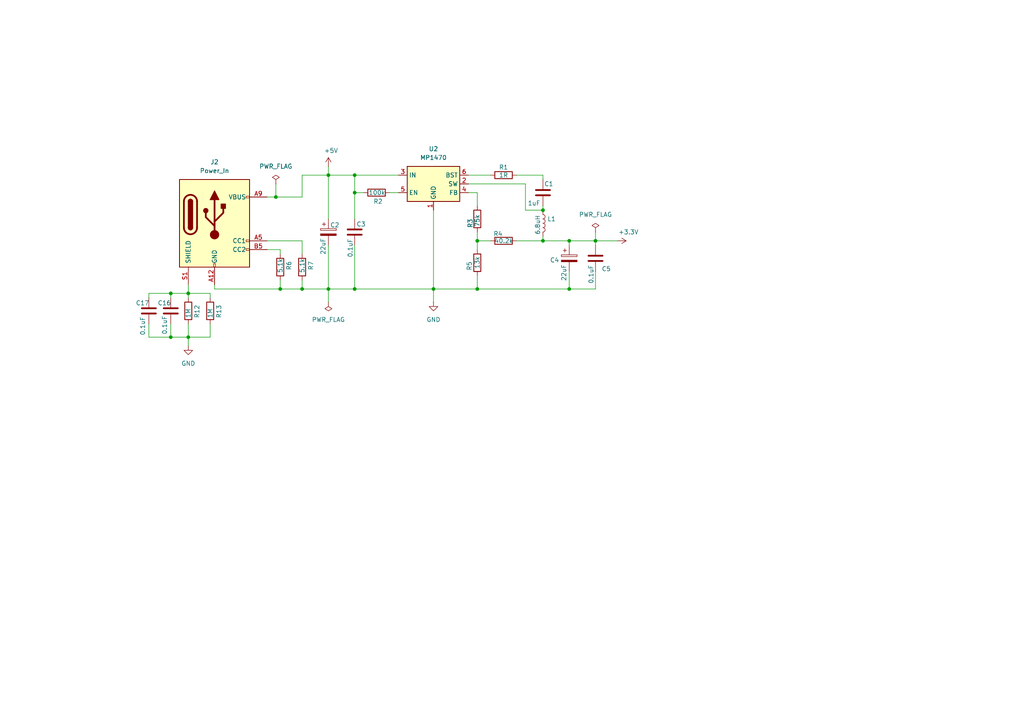
<source format=kicad_sch>
(kicad_sch (version 20231120) (generator "eeschema") (generator_version "8.0")
  (paper "A4")
  (lib_symbols
    (symbol "Connector:USB_C_Receptacle_PowerOnly_24P" (pin_names (offset 1.016))
      (property "Reference" "J" (at 0 16.51 0))
      (property "Value" "USB_C_Receptacle_PowerOnly_24P" (at 0 13.97 0))
      (symbol "USB_C_Receptacle_PowerOnly_24P_0_0"
        (rectangle (start -0.254 -12.7) (end 0.254 -11.684))
        (rectangle (start 10.16 -7.366) (end 9.144 -7.874))
        (rectangle (start 10.16 -4.826) (end 9.144 -5.334))
        (rectangle (start 10.16 7.874) (end 9.144 7.366))
      )
      (symbol "USB_C_Receptacle_PowerOnly_24P_0_1"
        (rectangle (start -10.16 12.7) (end 10.16 -12.7) (stroke (width 0.254)) (fill (type background)))
        (arc (start -8.89 -1.27) (mid -6.985 -3.1667) (end -5.08 -1.27) (stroke (width 0.508)))
        (arc (start -7.62 -1.27) (mid -6.985 -1.9023) (end -6.35 -1.27) (stroke (width 0.254)))
        (arc (start -7.62 -1.27) (mid -6.985 -1.9023) (end -6.35 -1.27) (stroke (width 0.254)) (fill (type outline)))
        (rectangle (start -7.62 -1.27) (end -6.35 6.35) (stroke (width 0.254)) (fill (type outline)))
        (arc (start -6.35 6.35) (mid -6.985 6.9823) (end -7.62 6.35) (stroke (width 0.254)))
        (arc (start -6.35 6.35) (mid -6.985 6.9823) (end -7.62 6.35) (stroke (width 0.254)) (fill (type outline)))
        (arc (start -5.08 6.35) (mid -6.985 8.2467) (end -8.89 6.35) (stroke (width 0.508)))
        (circle (center -2.54 3.683) (radius 0.635) (stroke (width 0.254)) (fill (type outline)))
        (circle (center 0 -3.302) (radius 1.27) (fill (type outline)))
        (polyline (pts (xy -8.89 -1.27) (xy -8.89 6.35)) (stroke (width 0.508)))
        (polyline (pts (xy -5.08 6.35) (xy -5.08 -1.27)) (stroke (width 0.508)))
        (polyline (pts (xy 0 -3.302) (xy 0 6.858)) (stroke (width 0.508)))
        (polyline (pts (xy 0 -0.762) (xy -2.54 1.778) (xy -2.54 3.048)) (stroke (width 0.508)))
        (polyline (pts (xy 0 0.508) (xy 2.54 3.048) (xy 2.54 4.318)) (stroke (width 0.508)))
        (polyline (pts (xy -1.27 6.858) (xy 0 9.398) (xy 1.27 6.858) (xy -1.27 6.858)) (stroke (width 0.254)) (fill (type outline)))
        (rectangle (start 1.905 4.318) (end 3.175 5.588) (stroke (width 0.254)) (fill (type outline)))
      )
      (symbol "USB_C_Receptacle_PowerOnly_24P_1_1"
        (pin passive line (at 0 -17.78 90) (length 5.08) hide (name "GND") (number "A1"))
        (pin power_in line (at 0 -17.78 90) (length 5.08) (name "GND") (number "A12"))
        (pin passive line (at 15.24 7.62 180) (length 5.08) hide (name "VBUS") (number "A4"))
        (pin bidirectional line (at 15.24 -5.08 180) (length 5.08) (name "CC1") (number "A5"))
        (pin power_in line (at 15.24 7.62 180) (length 5.08) (name "VBUS") (number "A9"))
        (pin passive line (at 0 -17.78 90) (length 5.08) hide (name "GND") (number "B1"))
        (pin passive line (at 0 -17.78 90) (length 5.08) hide (name "GND") (number "B12"))
        (pin passive line (at 15.24 7.62 180) (length 5.08) hide (name "VBUS") (number "B4"))
        (pin bidirectional line (at 15.24 -7.62 180) (length 5.08) (name "CC2") (number "B5"))
        (pin passive line (at 15.24 7.62 180) (length 5.08) hide (name "VBUS") (number "B9"))
        (pin passive line (at -7.62 -17.78 90) (length 5.08) (name "SHIELD") (number "S1"))
      )
    )
    (symbol "Device:C" (pin_numbers hide) (pin_names (offset 0.254))
      (property "Reference" "C" (at 0.635 2.54 0))
      (property "Value" "C" (at 0.635 -2.54 0))
      (symbol "C_0_1"
        (polyline (pts (xy -2.032 -0.762) (xy 2.032 -0.762)) (stroke (width 0.508)))
        (polyline (pts (xy -2.032 0.762) (xy 2.032 0.762)) (stroke (width 0.508)))
      )
      (symbol "C_1_1"
        (pin passive line (at 0 3.81 270) (length 2.794) (name "~") (number "1"))
        (pin passive line (at 0 -3.81 90) (length 2.794) (name "~") (number "2"))
      )
    )
    (symbol "Device:C_Polarized" (pin_numbers hide) (pin_names (offset 0.254))
      (property "Reference" "C" (at 0.635 2.54 0))
      (property "Value" "C_Polarized" (at 0.635 -2.54 0))
      (symbol "C_Polarized_0_1"
        (rectangle (start -2.286 0.508) (end 2.286 1.016))
        (polyline (pts (xy -1.778 2.286) (xy -0.762 2.286)))
        (polyline (pts (xy -1.27 2.794) (xy -1.27 1.778)))
        (rectangle (start 2.286 -0.508) (end -2.286 -1.016) (fill (type outline)))
      )
      (symbol "C_Polarized_1_1"
        (pin passive line (at 0 3.81 270) (length 2.794) (name "~") (number "1"))
        (pin passive line (at 0 -3.81 90) (length 2.794) (name "~") (number "2"))
      )
    )
    (symbol "Device:L" (pin_numbers hide) (pin_names (offset 1.016) hide)
      (property "Reference" "L" (at -1.27 0 90))
      (property "Value" "L" (at 1.905 0 90))
      (symbol "L_0_1"
        (arc (start 0 -2.54) (mid 0.6323 -1.905) (end 0 -1.27))
        (arc (start 0 -1.27) (mid 0.6323 -0.635) (end 0 0))
        (arc (start 0 0) (mid 0.6323 0.635) (end 0 1.27))
        (arc (start 0 1.27) (mid 0.6323 1.905) (end 0 2.54))
      )
      (symbol "L_1_1"
        (pin passive line (at 0 3.81 270) (length 1.27) (name "1") (number "1"))
        (pin passive line (at 0 -3.81 90) (length 1.27) (name "2") (number "2"))
      )
    )
    (symbol "Device:R" (pin_numbers hide) (pin_names (offset 0))
      (property "Reference" "R" (at 2.032 0 90))
      (property "Value" "R" (at 0 0 90))
      (symbol "R_0_1"
        (rectangle (start -1.016 -2.54) (end 1.016 2.54) (stroke (width 0.254)))
      )
      (symbol "R_1_1"
        (pin passive line (at 0 3.81 270) (length 1.27) (name "~") (number "1"))
        (pin passive line (at 0 -3.81 90) (length 1.27) (name "~") (number "2"))
      )
    )
    (symbol "Regulator_Switching:MP1470"
      (property "Reference" "U" (at -6.35 6.35 0))
      (property "Value" "MP1470" (at 3.81 6.35 0))
      (symbol "MP1470_0_1"
        (rectangle (start -7.62 5.08) (end 7.62 -5.08) (stroke (width 0.254)) (fill (type background)))
      )
      (symbol "MP1470_1_1"
        (pin power_in line (at 0 -7.62 90) (length 2.54) (name "GND") (number "1"))
        (pin power_out line (at 10.16 0 180) (length 2.54) (name "SW") (number "2"))
        (pin power_in line (at -10.16 2.54 0) (length 2.54) (name "IN") (number "3"))
        (pin input line (at 10.16 -2.54 180) (length 2.54) (name "FB") (number "4"))
        (pin input line (at -10.16 -2.54 0) (length 2.54) (name "EN") (number "5"))
        (pin passive line (at 10.16 2.54 180) (length 2.54) (name "BST") (number "6"))
      )
    )
    (symbol "power:+3.3V" (power) (pin_numbers hide) (pin_names (offset 0) hide)
      (property "Value" "+3.3V" (at 0 3.556 0))
      (symbol "+3.3V_0_1"
        (polyline (pts (xy -0.762 1.27) (xy 0 2.54)))
        (polyline (pts (xy 0 0) (xy 0 2.54)))
        (polyline (pts (xy 0 2.54) (xy 0.762 1.27)))
      )
      (symbol "+3.3V_1_1"
        (pin power_in line (at 0 0 90) (length 0) (name "~") (number "1"))
      )
    )
    (symbol "power:GND" (power) (pin_numbers hide) (pin_names (offset 0) hide)
      (property "Value" "GND" (at 0 -3.81 0))
      (symbol "GND_0_1"
        (polyline (pts (xy 0 0) (xy 0 -1.27) (xy 1.27 -1.27) (xy 0 -2.54) (xy -1.27 -1.27) (xy 0 -1.27)))
      )
      (symbol "GND_1_1"
        (pin power_in line (at 0 0 270) (length 0) (name "~") (number "1"))
      )
    )
    (symbol "power:PWR_FLAG" (power) (pin_numbers hide) (pin_names (offset 0) hide)
      (property "Value" "PWR_FLAG" (at 0 3.81 0))
      (symbol "PWR_FLAG_0_0"
        (pin power_out line (at 0 0 90) (length 0) (name "~") (number "1"))
      )
      (symbol "PWR_FLAG_0_1"
        (polyline (pts (xy 0 0) (xy 0 1.27) (xy -1.016 1.905) (xy 0 2.54) (xy 1.016 1.905) (xy 0 1.27)))
      )
    )
  )
  (junction (at 157.48 60.96))
  (junction (at 102.87 55.88))
  (junction (at 54.61 97.79))
  (junction (at 95.25 50.8))
  (junction (at 165.1 69.85))
  (junction (at 138.43 83.82))
  (junction (at 165.1 83.82))
  (junction (at 87.63 83.82))
  (junction (at 80.01 57.15))
  (junction (at 102.87 83.82))
  (junction (at 172.72 69.85))
  (junction (at 81.28 83.82))
  (junction (at 49.53 97.79))
  (junction (at 95.25 83.82))
  (junction (at 157.48 69.85))
  (junction (at 125.73 83.82))
  (junction (at 138.43 69.85))
  (junction (at 49.53 85.09))
  (junction (at 102.87 50.8))
  (junction (at 54.61 85.09))
  (wire (pts (xy 87.63 57.15) (xy 87.63 50.8)))
  (wire (pts (xy 157.48 59.69) (xy 157.48 60.96)))
  (wire (pts (xy 95.25 63.5) (xy 95.25 50.8)))
  (wire (pts (xy 87.63 81.28) (xy 87.63 83.82)))
  (wire (pts (xy 172.72 78.74) (xy 172.72 83.82)))
  (wire (pts (xy 62.23 82.55) (xy 62.23 83.82)))
  (wire (pts (xy 49.53 86.36) (xy 49.53 85.09)))
  (wire (pts (xy 77.47 72.39) (xy 81.28 72.39)))
  (wire (pts (xy 43.18 86.36) (xy 43.18 85.09)))
  (wire (pts (xy 54.61 82.55) (xy 54.61 85.09)))
  (wire (pts (xy 125.73 83.82) (xy 138.43 83.82)))
  (wire (pts (xy 60.96 85.09) (xy 60.96 86.36)))
  (wire (pts (xy 113.03 55.88) (xy 115.57 55.88)))
  (wire (pts (xy 60.96 97.79) (xy 54.61 97.79)))
  (wire (pts (xy 152.4 60.96) (xy 152.4 53.34)))
  (wire (pts (xy 54.61 97.79) (xy 54.61 100.33)))
  (wire (pts (xy 95.25 50.8) (xy 102.87 50.8)))
  (wire (pts (xy 157.48 50.8) (xy 157.48 52.07)))
  (wire (pts (xy 49.53 93.98) (xy 49.53 97.79)))
  (wire (pts (xy 87.63 50.8) (xy 95.25 50.8)))
  (wire (pts (xy 81.28 81.28) (xy 81.28 83.82)))
  (wire (pts (xy 95.25 71.12) (xy 95.25 83.82)))
  (wire (pts (xy 102.87 83.82) (xy 95.25 83.82)))
  (wire (pts (xy 54.61 85.09) (xy 60.96 85.09)))
  (wire (pts (xy 138.43 69.85) (xy 142.24 69.85)))
  (wire (pts (xy 43.18 97.79) (xy 49.53 97.79)))
  (wire (pts (xy 43.18 93.98) (xy 43.18 97.79)))
  (wire (pts (xy 80.01 53.34) (xy 80.01 57.15)))
  (wire (pts (xy 157.48 68.58) (xy 157.48 69.85)))
  (wire (pts (xy 60.96 93.98) (xy 60.96 97.79)))
  (wire (pts (xy 81.28 83.82) (xy 62.23 83.82)))
  (wire (pts (xy 138.43 80.01) (xy 138.43 83.82)))
  (wire (pts (xy 81.28 72.39) (xy 81.28 73.66)))
  (wire (pts (xy 165.1 83.82) (xy 172.72 83.82)))
  (wire (pts (xy 102.87 50.8) (xy 115.57 50.8)))
  (wire (pts (xy 102.87 55.88) (xy 105.41 55.88)))
  (wire (pts (xy 102.87 55.88) (xy 102.87 63.5)))
  (wire (pts (xy 172.72 67.31) (xy 172.72 69.85)))
  (wire (pts (xy 77.47 69.85) (xy 87.63 69.85)))
  (wire (pts (xy 125.73 60.96) (xy 125.73 83.82)))
  (wire (pts (xy 165.1 69.85) (xy 165.1 71.12)))
  (wire (pts (xy 152.4 53.34) (xy 135.89 53.34)))
  (wire (pts (xy 172.72 69.85) (xy 172.72 71.12)))
  (wire (pts (xy 125.73 83.82) (xy 125.73 87.63)))
  (wire (pts (xy 149.86 50.8) (xy 157.48 50.8)))
  (wire (pts (xy 102.87 71.12) (xy 102.87 83.82)))
  (wire (pts (xy 165.1 78.74) (xy 165.1 83.82)))
  (wire (pts (xy 80.01 57.15) (xy 77.47 57.15)))
  (wire (pts (xy 49.53 97.79) (xy 54.61 97.79)))
  (wire (pts (xy 95.25 83.82) (xy 87.63 83.82)))
  (wire (pts (xy 149.86 69.85) (xy 157.48 69.85)))
  (wire (pts (xy 54.61 97.79) (xy 54.61 93.98)))
  (wire (pts (xy 138.43 69.85) (xy 138.43 72.39)))
  (wire (pts (xy 87.63 83.82) (xy 81.28 83.82)))
  (wire (pts (xy 95.25 48.26) (xy 95.25 50.8)))
  (wire (pts (xy 54.61 85.09) (xy 54.61 86.36)))
  (wire (pts (xy 138.43 55.88) (xy 135.89 55.88)))
  (wire (pts (xy 95.25 83.82) (xy 95.25 87.63)))
  (wire (pts (xy 87.63 57.15) (xy 80.01 57.15)))
  (wire (pts (xy 138.43 59.69) (xy 138.43 55.88)))
  (wire (pts (xy 157.48 69.85) (xy 165.1 69.85)))
  (wire (pts (xy 102.87 50.8) (xy 102.87 55.88)))
  (wire (pts (xy 138.43 67.31) (xy 138.43 69.85)))
  (wire (pts (xy 172.72 69.85) (xy 179.07 69.85)))
  (wire (pts (xy 138.43 83.82) (xy 165.1 83.82)))
  (wire (pts (xy 135.89 50.8) (xy 142.24 50.8)))
  (wire (pts (xy 49.53 85.09) (xy 54.61 85.09)))
  (wire (pts (xy 165.1 69.85) (xy 172.72 69.85)))
  (wire (pts (xy 87.63 69.85) (xy 87.63 73.66)))
  (wire (pts (xy 102.87 83.82) (xy 125.73 83.82)))
  (wire (pts (xy 152.4 60.96) (xy 157.48 60.96)))
  (wire (pts (xy 43.18 85.09) (xy 49.53 85.09)))
  (symbol (lib_id "power:+3.3V") (at 95.25 48.26 0) (unit 1)
    (property "Reference" "#PWR01" (effects (hide yes)))
    (property "Value" "+5V" (at 93.98 43.688 0) (effects (justify left)))
    (property "Description" "Power symbol creates a global label with name \"+3.3V\"" (effects (hide yes)))
  )
  (symbol (lib_id "Connector:USB_C_Receptacle_PowerOnly_24P") (at 62.23 64.77 0) (unit 1)
    (property "Reference" "J2" (at 62.23 46.99 0))
    (property "Value" "Power_In" (at 62.23 49.53 0))
    (property "Footprint" "Connector_USB:USB_C_Receptacle_GCT_USB4085" (effects (hide yes)))
    (property "Datasheet" "https://www.usb.org/sites/default/files/documents/usb_type-c.zip" (effects (hide yes)))
    (property "Description" "USB Power-Only 24P Type-C Receptacle connector" (effects (hide yes)))
  )
  (symbol (lib_id "Device:C") (at 172.72 74.93 0) (unit 1)
    (property "Reference" "C5" (at 174.498 77.978 0) (effects (justify left)))
    (property "Value" "0.1uF" (at 171.45 82.296 90) (effects (justify left)))
    (property "Footprint" "Capacitor_SMD:C_0402_1005Metric" (effects (hide yes)))
    (property "Description" "Unpolarized capacitor" (effects (hide yes)))
  )
  (symbol (lib_id "power:GND") (at 54.61 100.33 0) (unit 1)
    (property "Reference" "#PWR013" (effects (hide yes)))
    (property "Value" "GND" (at 54.61 105.41 0))
    (property "Description" "Power symbol creates a global label with name \"GND\" , ground" (effects (hide yes)))
  )
  (symbol (lib_id "Device:R") (at 54.61 90.17 180) (unit 1)
    (property "Reference" "R12" (at 57.15 88.392 90) (effects (justify left)))
    (property "Value" "1M" (at 54.61 89.408 90) (effects (justify left)))
    (property "Footprint" "Resistor_SMD:R_0603_1608Metric" (effects (hide yes)))
    (property "Description" "Resistor" (effects (hide yes)))
  )
  (symbol (lib_id "power:GND") (at 125.73 87.63 0) (unit 1)
    (property "Reference" "#PWR04" (effects (hide yes)))
    (property "Value" "GND" (at 125.73 92.71 0))
    (property "Description" "Power symbol creates a global label with name \"GND\" , ground" (effects (hide yes)))
  )
  (symbol (lib_id "Device:C") (at 43.18 90.17 0) (unit 1)
    (property "Reference" "C17" (at 39.37 87.884 0) (effects (justify left)))
    (property "Value" "0.1uF" (at 41.402 97.282 90) (effects (justify left)))
    (property "Footprint" "Capacitor_SMD:C_0402_1005Metric" (effects (hide yes)))
    (property "Description" "Unpolarized capacitor" (effects (hide yes)))
  )
  (symbol (lib_id "Device:R") (at 87.63 77.47 180) (unit 1)
    (property "Reference" "R7" (at 90.17 75.692 90) (effects (justify left)))
    (property "Value" "5.1k" (at 87.63 74.93 90) (effects (justify left)))
    (property "Footprint" "Resistor_SMD:R_0603_1608Metric" (effects (hide yes)))
    (property "Description" "Resistor" (effects (hide yes)))
  )
  (symbol (lib_id "power:PWR_FLAG") (at 95.25 87.63 180) (unit 1)
    (property "Reference" "#FLG02" (effects (hide yes)))
    (property "Value" "PWR_FLAG" (at 95.25 92.71 0))
    (property "Description" "Special symbol for telling ERC where power comes from" (effects (hide yes)))
  )
  (symbol (lib_id "power:+3.3V") (at 179.07 69.85 270) (unit 1)
    (property "Reference" "#PWR03" (effects (hide yes)))
    (property "Value" "+3.3V" (at 179.324 67.31 90) (effects (justify left)))
    (property "Description" "Power symbol creates a global label with name \"+3.3V\"" (effects (hide yes)))
  )
  (symbol (lib_id "power:PWR_FLAG") (at 80.01 53.34 0) (unit 1)
    (property "Reference" "#FLG01" (effects (hide yes)))
    (property "Value" "PWR_FLAG" (at 80.01 48.26 0))
    (property "Description" "Special symbol for telling ERC where power comes from" (effects (hide yes)))
  )
  (symbol (lib_id "Device:C") (at 157.48 55.88 180) (unit 1)
    (property "Reference" "C1" (at 160.528 53.34 0) (effects (justify left)))
    (property "Value" "1uF" (at 156.718 58.928 0) (effects (justify left)))
    (property "Footprint" "Capacitor_SMD:C_0603_1608Metric" (effects (hide yes)))
    (property "Description" "Unpolarized capacitor" (effects (hide yes)))
  )
  (symbol (lib_id "Device:C_Polarized") (at 95.25 67.31 0) (unit 1)
    (property "Reference" "C2" (at 95.758 65.278 0) (effects (justify left)))
    (property "Value" "22uF" (at 93.726 73.914 90) (effects (justify left)))
    (property "Footprint" "Capacitor_Tantalum_SMD:CP_EIA-3528-15_AVX-H" (effects (hide yes)))
    (property "Description" "Polarized capacitor" (effects (hide yes)))
  )
  (symbol (lib_id "Device:R") (at 138.43 63.5 180) (unit 1)
    (property "Reference" "R3" (at 136.398 64.77 90))
    (property "Value" "75k" (at 138.43 64.008 90))
    (property "Footprint" "Resistor_SMD:R_0603_1608Metric" (effects (hide yes)))
    (property "Description" "Resistor" (effects (hide yes)))
  )
  (symbol (lib_id "Device:L") (at 157.48 64.77 0) (unit 1)
    (property "Reference" "L1" (at 158.75 63.4999 0) (effects (justify left)))
    (property "Value" "6.8uH" (at 155.956 68.072 90) (effects (justify left)))
    (property "Footprint" "Inductor_SMD:L_Sunlord_MWSA0402S" (effects (hide yes)))
    (property "Datasheet" "https://static.chipdip.ru/lib/768/DOC047768713.pdf" (effects (hide yes)))
    (property "Description" "CSAB0420" (effects (hide yes)))
  )
  (symbol (lib_id "Device:R") (at 81.28 77.47 180) (unit 1)
    (property "Reference" "R6" (at 83.82 75.692 90) (effects (justify left)))
    (property "Value" "5.1k" (at 81.28 74.93 90) (effects (justify left)))
    (property "Footprint" "Resistor_SMD:R_0603_1608Metric" (effects (hide yes)))
    (property "Description" "Resistor" (effects (hide yes)))
  )
  (symbol (lib_id "Device:R") (at 138.43 76.2 0) (unit 1)
    (property "Reference" "R5" (at 136.144 78.486 90) (effects (justify left)))
    (property "Value" "13k" (at 138.43 77.978 90) (effects (justify left)))
    (property "Footprint" "Resistor_SMD:R_0603_1608Metric" (effects (hide yes)))
    (property "Description" "Resistor" (effects (hide yes)))
  )
  (symbol (lib_id "Device:R") (at 146.05 69.85 90) (unit 1)
    (property "Reference" "R4" (at 145.796 67.818 90) (effects (justify left)))
    (property "Value" "40.2k" (at 148.844 69.85 90) (effects (justify left)))
    (property "Footprint" "Resistor_SMD:R_0603_1608Metric" (effects (hide yes)))
    (property "Description" "Resistor" (effects (hide yes)))
  )
  (symbol (lib_id "Device:C") (at 102.87 67.31 0) (unit 1)
    (property "Reference" "C3" (at 103.378 65.024 0) (effects (justify left)))
    (property "Value" "0.1uF" (at 101.6 74.676 90) (effects (justify left)))
    (property "Footprint" "Capacitor_SMD:C_0603_1608Metric" (effects (hide yes)))
    (property "Description" "Unpolarized capacitor" (effects (hide yes)))
  )
  (symbol (lib_id "power:PWR_FLAG") (at 172.72 67.31 0) (unit 1)
    (property "Reference" "#FLG03" (effects (hide yes)))
    (property "Value" "PWR_FLAG" (at 172.72 62.23 0))
    (property "Description" "Special symbol for telling ERC where power comes from" (effects (hide yes)))
  )
  (symbol (lib_id "Device:C") (at 49.53 90.17 0) (unit 1)
    (property "Reference" "C16" (at 45.72 87.884 0) (effects (justify left)))
    (property "Value" "0.1uF" (at 47.752 97.028 90) (effects (justify left)))
    (property "Footprint" "Capacitor_SMD:C_0402_1005Metric" (effects (hide yes)))
    (property "Description" "Unpolarized capacitor" (effects (hide yes)))
  )
  (symbol (lib_id "Regulator_Switching:MP1470") (at 125.73 53.34 0) (unit 1)
    (property "Reference" "U2" (at 125.73 43.18 0))
    (property "Value" "MP1470" (at 125.73 45.72 0))
    (property "Footprint" "Package_TO_SOT_SMD:TSOT-23-6" (effects (hide yes)))
    (property "Datasheet" "https://www.monolithicpower.com/pub/media/document/MP1470_r1.02.pdf" (effects (hide yes)))
    (property "Description" "High-Efficiency, 2A, 16V, 500kHz Synchronous, Step-Down Converter, TSOT-23-6" (effects (hide yes)))
  )
  (symbol (lib_id "Device:C_Polarized") (at 165.1 74.93 0) (unit 1)
    (property "Reference" "C4" (at 159.512 75.438 0) (effects (justify left)))
    (property "Value" "22uF" (at 163.576 81.534 90) (effects (justify left)))
    (property "Footprint" "Capacitor_Tantalum_SMD:CP_EIA-3528-15_AVX-H" (effects (hide yes)))
    (property "Description" "Polarized capacitor" (effects (hide yes)))
  )
  (symbol (lib_id "Device:R") (at 60.96 90.17 180) (unit 1)
    (property "Reference" "R13" (at 63.5 88.392 90) (effects (justify left)))
    (property "Value" "1M" (at 60.96 89.408 90) (effects (justify left)))
    (property "Footprint" "Resistor_SMD:R_0603_1608Metric" (effects (hide yes)))
    (property "Description" "Resistor" (effects (hide yes)))
  )
  (symbol (lib_id "Device:R") (at 146.05 50.8 90) (unit 1)
    (property "Reference" "R1" (at 146.05 48.514 90))
    (property "Value" "1R" (at 146.05 50.8 90))
    (property "Footprint" "Resistor_SMD:R_0603_1608Metric" (effects (hide yes)))
    (property "Description" "Resistor" (effects (hide yes)))
  )
  (symbol (lib_id "Device:R") (at 109.22 55.88 90) (unit 1)
    (property "Reference" "R2" (at 110.998 58.42 90) (effects (justify left)))
    (property "Value" "100k" (at 111.76 55.88 90) (effects (justify left)))
    (property "Footprint" "Resistor_SMD:R_0603_1608Metric" (effects (hide yes)))
    (property "Description" "Resistor" (effects (hide yes)))
  )
)
</source>
